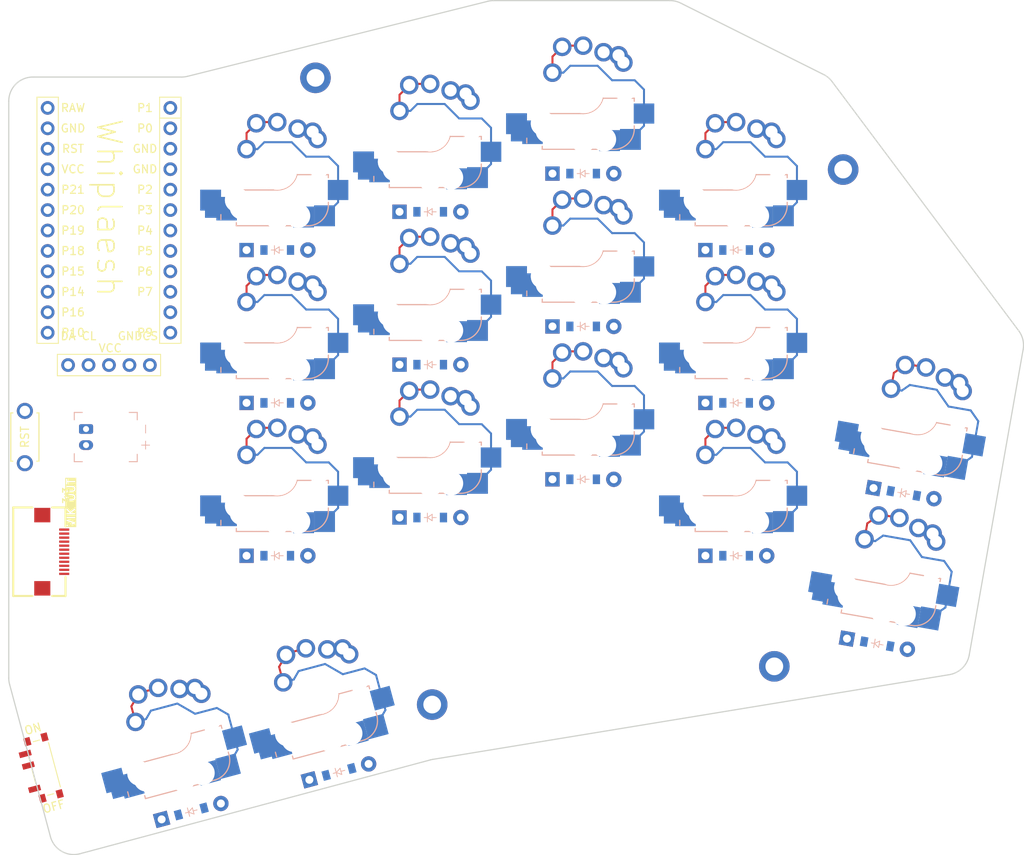
<source format=kicad_pcb>


(kicad_pcb
  (version 20240108)
  (generator "ergogen")
  (generator_version "4.1.0")
  (general
    (thickness 1.6)
    (legacy_teardrops no)
  )
  (paper "A3")
  (title_block
    (title "Right")
    (date "2024-10-30")
    (rev "0.1")
    (company "ykz89")
  )

  (layers
    (0 "F.Cu" signal)
    (31 "B.Cu" signal)
    (32 "B.Adhes" user "B.Adhesive")
    (33 "F.Adhes" user "F.Adhesive")
    (34 "B.Paste" user)
    (35 "F.Paste" user)
    (36 "B.SilkS" user "B.Silkscreen")
    (37 "F.SilkS" user "F.Silkscreen")
    (38 "B.Mask" user)
    (39 "F.Mask" user)
    (40 "Dwgs.User" user "User.Drawings")
    (41 "Cmts.User" user "User.Comments")
    (42 "Eco1.User" user "User.Eco1")
    (43 "Eco2.User" user "User.Eco2")
    (44 "Edge.Cuts" user)
    (45 "Margin" user)
    (46 "B.CrtYd" user "B.Courtyard")
    (47 "F.CrtYd" user "F.Courtyard")
    (48 "B.Fab" user)
    (49 "F.Fab" user)
  )

  (setup
    (pad_to_mask_clearance 0.05)
    (allow_soldermask_bridges_in_footprints no)
    (pcbplotparams
      (layerselection 0x00010fc_ffffffff)
      (plot_on_all_layers_selection 0x0000000_00000000)
      (disableapertmacros no)
      (usegerberextensions no)
      (usegerberattributes yes)
      (usegerberadvancedattributes yes)
      (creategerberjobfile yes)
      (dashed_line_dash_ratio 12.000000)
      (dashed_line_gap_ratio 3.000000)
      (svgprecision 4)
      (plotframeref no)
      (viasonmask no)
      (mode 1)
      (useauxorigin no)
      (hpglpennumber 1)
      (hpglpenspeed 20)
      (hpglpendiameter 15.000000)
      (pdf_front_fp_property_popups yes)
      (pdf_back_fp_property_popups yes)
      (dxfpolygonmode yes)
      (dxfimperialunits yes)
      (dxfusepcbnewfont yes)
      (psnegative no)
      (psa4output no)
      (plotreference yes)
      (plotvalue yes)
      (plotfptext yes)
      (plotinvisibletext no)
      (sketchpadsonfab no)
      (subtractmaskfromsilk no)
      (outputformat 1)
      (mirror no)
      (drillshape 1)
      (scaleselection 1)
      (outputdirectory "")
    )
  )

  (net 0 "")
(net 1 "P19")
(net 2 "mirror_pinky_bottom")
(net 3 "mirror_pinky_home")
(net 4 "P18")
(net 5 "mirror_ring_bottom")
(net 6 "mirror_ring_home")
(net 7 "mirror_ring_top")
(net 8 "P15")
(net 9 "mirror_middle_bottom")
(net 10 "mirror_middle_home")
(net 11 "mirror_middle_top")
(net 12 "P14")
(net 13 "mirror_index_bottom")
(net 14 "mirror_index_home")
(net 15 "mirror_index_top")
(net 16 "P16")
(net 17 "mirror_inner_bottom")
(net 18 "mirror_inner_home")
(net 19 "mirror_inner_top")
(net 20 "mirror_left_cluster")
(net 21 "mirror_right_cluster")
(net 22 "P5")
(net 23 "P6")
(net 24 "P7")
(net 25 "P8")
(net 26 "RAW")
(net 27 "GND")
(net 28 "RST")
(net 29 "VCC")
(net 30 "P21")
(net 31 "P20")
(net 32 "P10")
(net 33 "P1")
(net 34 "P0")
(net 35 "P2")
(net 36 "P3")
(net 37 "P4")
(net 38 "P9")
(net 39 "P101")
(net 40 "P102")
(net 41 "P107")
(net 42 "MCU1_24")
(net 43 "MCU1_1")
(net 44 "MCU1_23")
(net 45 "MCU1_2")
(net 46 "MCU1_22")
(net 47 "MCU1_3")
(net 48 "MCU1_21")
(net 49 "MCU1_4")
(net 50 "MCU1_20")
(net 51 "MCU1_5")
(net 52 "MCU1_19")
(net 53 "MCU1_6")
(net 54 "MCU1_18")
(net 55 "MCU1_7")
(net 56 "MCU1_17")
(net 57 "MCU1_8")
(net 58 "MCU1_16")
(net 59 "MCU1_9")
(net 60 "MCU1_15")
(net 61 "MCU1_10")
(net 62 "MCU1_14")
(net 63 "MCU1_11")
(net 64 "MCU1_13")
(net 65 "MCU1_12")
(net 66 "DISP1_1")
(net 67 "DISP1_2")
(net 68 "DISP1_4")
(net 69 "DISP1_5")
(net 70 "BAT_P")
(net 71 "JST1_1")
(net 72 "JST1_2")

  
        
            (footprint "ks27-choc-v1-mx-soldered-and-hotswap" (layer "B.Cu") (at 338.4294073 108.3350441 -10))

        
        
                        (segment (start 337.0411526 102.0992403) (end 336.8673842 102.2209143) (width 0.25) (layer "F.Cu"))
                        (segment (start 335.4656525 103.20241730000001) (end 335.11835609999997 105.1720329) (width 0.25) (layer "F.Cu"))
                        (segment (start 339.45393149999995 102.5246784) (end 337.0411526 102.0992403) (width 0.25) (layer "F.Cu"))
                        (segment (start 336.8673842 102.2209143) (end 335.4656525 103.20241730000001) (width 0.25) (layer "F.Cu"))
                        (segment (start 335.11835609999997 105.1720329) (end 336.4478466 105.4064579) (width 0.25) (layer "B.Cu"))
                        (segment (start 336.4478466 105.4064579) (end 337.4441187 104.7088607) (width 0.25) (layer "B.Cu"))
                        (segment (start 345.9509591 109.2145089) (end 345.43348749999996 112.149236) (width 0.25) (layer "B.Cu"))
                        (segment (start 337.4441187 104.7088607) (end 340.79246509999996 105.2992645) (width 0.25) (layer "B.Cu"))
                        (segment (start 342.2525523 107.3844851) (end 345.01001399999996 107.8707) (width 0.25) (layer "B.Cu"))
                        (segment (start 340.79246509999996 105.2992645) (end 342.2525523 107.3844851) (width 0.25) (layer "B.Cu"))
                        (segment (start 345.43348749999996 112.149236) (end 345.1686739 113.6510688) (width 0.25) (layer "B.Cu"))
                        (segment (start 345.01001399999996 107.8707) (end 345.9509591 109.2145089) (width 0.25) (layer "B.Cu"))
                        (segment (start 345.1686739 113.6510688) (end 343.2166757 115.0178727) (width 0.25) (layer "B.Cu"))
                        
                        
        

        
            (footprint "ks27-choc-v1-mx-soldered-and-hotswap" (layer "B.Cu") (at 341.7287227 89.6236968 -10))

        
        
                        (segment (start 340.340468 83.387893) (end 340.1666996 83.509567) (width 0.25) (layer "F.Cu"))
                        (segment (start 338.7649679 84.49107000000001) (end 338.4176715 86.4606856) (width 0.25) (layer "F.Cu"))
                        (segment (start 342.75324689999997 83.8133311) (end 340.340468 83.387893) (width 0.25) (layer "F.Cu"))
                        (segment (start 340.1666996 83.509567) (end 338.7649679 84.49107000000001) (width 0.25) (layer "F.Cu"))
                        (segment (start 338.4176715 86.4606856) (end 339.747162 86.6951106) (width 0.25) (layer "B.Cu"))
                        (segment (start 339.747162 86.6951106) (end 340.7434341 85.9975134) (width 0.25) (layer "B.Cu"))
                        (segment (start 349.2502745 90.5031616) (end 348.73280289999997 93.4378887) (width 0.25) (layer "B.Cu"))
                        (segment (start 340.7434341 85.9975134) (end 344.09178049999997 86.5879172) (width 0.25) (layer "B.Cu"))
                        (segment (start 345.5518677 88.6731378) (end 348.30932939999997 89.1593527) (width 0.25) (layer "B.Cu"))
                        (segment (start 344.09178049999997 86.5879172) (end 345.5518677 88.6731378) (width 0.25) (layer "B.Cu"))
                        (segment (start 348.73280289999997 93.4378887) (end 348.4679893 94.9397215) (width 0.25) (layer "B.Cu"))
                        (segment (start 348.30932939999997 89.1593527) (end 349.2502745 90.5031616) (width 0.25) (layer "B.Cu"))
                        (segment (start 348.4679893 94.9397215) (end 346.5159911 96.3065254) (width 0.25) (layer "B.Cu"))
                        
                        
        

        
            (footprint "ks27-choc-v1-mx-soldered-and-hotswap" (layer "B.Cu") (at 319.1666514 97.2212583 0))

        
        
                        (segment (start 316.7166514 91.3212583) (end 316.56665139999996 91.4712583) (width 0.25) (layer "F.Cu"))
                        (segment (start 315.3566514 92.6812583) (end 315.3566514 94.6812583) (width 0.25) (layer "F.Cu"))
                        (segment (start 319.1666514 91.3212583) (end 316.7166514 91.3212583) (width 0.25) (layer "F.Cu"))
                        (segment (start 316.56665139999996 91.4712583) (end 315.3566514 92.6812583) (width 0.25) (layer "F.Cu"))
                        (segment (start 315.3566514 94.6812583) (end 316.7066514 94.6812583) (width 0.25) (layer "B.Cu"))
                        (segment (start 316.7066514 94.6812583) (end 317.56665139999996 93.8212583) (width 0.25) (layer "B.Cu"))
                        (segment (start 326.7266514 96.7812583) (end 326.7266514 99.76125830000001) (width 0.25) (layer "B.Cu"))
                        (segment (start 317.56665139999996 93.8212583) (end 320.9666514 93.8212583) (width 0.25) (layer "B.Cu"))
                        (segment (start 322.7666514 95.62125830000001) (end 325.56665139999996 95.62125830000001) (width 0.25) (layer "B.Cu"))
                        (segment (start 320.9666514 93.8212583) (end 322.7666514 95.62125830000001) (width 0.25) (layer "B.Cu"))
                        (segment (start 326.7266514 99.76125830000001) (end 326.7266514 101.2862593) (width 0.25) (layer "B.Cu"))
                        (segment (start 325.56665139999996 95.62125830000001) (end 326.7266514 96.7812583) (width 0.25) (layer "B.Cu"))
                        (segment (start 326.7266514 101.2862593) (end 325.0416514 102.9712593) (width 0.25) (layer "B.Cu"))
                        
                        
        

        
            (footprint "ks27-choc-v1-mx-soldered-and-hotswap" (layer "B.Cu") (at 319.1666514 78.2212582 0))

        
        
                        (segment (start 316.7166514 72.32125819999999) (end 316.56665139999996 72.4712582) (width 0.25) (layer "F.Cu"))
                        (segment (start 315.3566514 73.68125819999999) (end 315.3566514 75.68125819999999) (width 0.25) (layer "F.Cu"))
                        (segment (start 319.1666514 72.32125819999999) (end 316.7166514 72.32125819999999) (width 0.25) (layer "F.Cu"))
                        (segment (start 316.56665139999996 72.4712582) (end 315.3566514 73.68125819999999) (width 0.25) (layer "F.Cu"))
                        (segment (start 315.3566514 75.68125819999999) (end 316.7066514 75.68125819999999) (width 0.25) (layer "B.Cu"))
                        (segment (start 316.7066514 75.68125819999999) (end 317.56665139999996 74.82125819999999) (width 0.25) (layer "B.Cu"))
                        (segment (start 326.7266514 77.7812582) (end 326.7266514 80.7612582) (width 0.25) (layer "B.Cu"))
                        (segment (start 317.56665139999996 74.82125819999999) (end 320.9666514 74.82125819999999) (width 0.25) (layer "B.Cu"))
                        (segment (start 322.7666514 76.6212582) (end 325.56665139999996 76.6212582) (width 0.25) (layer "B.Cu"))
                        (segment (start 320.9666514 74.82125819999999) (end 322.7666514 76.6212582) (width 0.25) (layer "B.Cu"))
                        (segment (start 326.7266514 80.7612582) (end 326.7266514 82.28625919999999) (width 0.25) (layer "B.Cu"))
                        (segment (start 325.56665139999996 76.6212582) (end 326.7266514 77.7812582) (width 0.25) (layer "B.Cu"))
                        (segment (start 326.7266514 82.28625919999999) (end 325.0416514 83.97125919999999) (width 0.25) (layer "B.Cu"))
                        
                        
        

        
            (footprint "ks27-choc-v1-mx-soldered-and-hotswap" (layer "B.Cu") (at 319.1666514 59.2212582 0))

        
        
                        (segment (start 316.7166514 53.3212582) (end 316.56665139999996 53.4712582) (width 0.25) (layer "F.Cu"))
                        (segment (start 315.3566514 54.6812582) (end 315.3566514 56.6812582) (width 0.25) (layer "F.Cu"))
                        (segment (start 319.1666514 53.3212582) (end 316.7166514 53.3212582) (width 0.25) (layer "F.Cu"))
                        (segment (start 316.56665139999996 53.4712582) (end 315.3566514 54.6812582) (width 0.25) (layer "F.Cu"))
                        (segment (start 315.3566514 56.6812582) (end 316.7066514 56.6812582) (width 0.25) (layer "B.Cu"))
                        (segment (start 316.7066514 56.6812582) (end 317.56665139999996 55.8212582) (width 0.25) (layer "B.Cu"))
                        (segment (start 326.7266514 58.7812582) (end 326.7266514 61.7612582) (width 0.25) (layer "B.Cu"))
                        (segment (start 317.56665139999996 55.8212582) (end 320.9666514 55.8212582) (width 0.25) (layer "B.Cu"))
                        (segment (start 322.7666514 57.6212582) (end 325.56665139999996 57.6212582) (width 0.25) (layer "B.Cu"))
                        (segment (start 320.9666514 55.8212582) (end 322.7666514 57.6212582) (width 0.25) (layer "B.Cu"))
                        (segment (start 326.7266514 61.7612582) (end 326.7266514 63.2862592) (width 0.25) (layer "B.Cu"))
                        (segment (start 325.56665139999996 57.6212582) (end 326.7266514 58.7812582) (width 0.25) (layer "B.Cu"))
                        (segment (start 326.7266514 63.2862592) (end 325.0416514 64.9712592) (width 0.25) (layer "B.Cu"))
                        
                        
        

        
            (footprint "ks27-choc-v1-mx-soldered-and-hotswap" (layer "B.Cu") (at 300.1666514 87.7212583 0))

        
        
                        (segment (start 297.7166514 81.8212583) (end 297.56665139999996 81.9712583) (width 0.25) (layer "F.Cu"))
                        (segment (start 296.3566514 83.1812583) (end 296.3566514 85.1812583) (width 0.25) (layer "F.Cu"))
                        (segment (start 300.1666514 81.8212583) (end 297.7166514 81.8212583) (width 0.25) (layer "F.Cu"))
                        (segment (start 297.56665139999996 81.9712583) (end 296.3566514 83.1812583) (width 0.25) (layer "F.Cu"))
                        (segment (start 296.3566514 85.1812583) (end 297.7066514 85.1812583) (width 0.25) (layer "B.Cu"))
                        (segment (start 297.7066514 85.1812583) (end 298.56665139999996 84.3212583) (width 0.25) (layer "B.Cu"))
                        (segment (start 307.7266514 87.2812583) (end 307.7266514 90.26125830000001) (width 0.25) (layer "B.Cu"))
                        (segment (start 298.56665139999996 84.3212583) (end 301.9666514 84.3212583) (width 0.25) (layer "B.Cu"))
                        (segment (start 303.7666514 86.12125830000001) (end 306.56665139999996 86.12125830000001) (width 0.25) (layer "B.Cu"))
                        (segment (start 301.9666514 84.3212583) (end 303.7666514 86.12125830000001) (width 0.25) (layer "B.Cu"))
                        (segment (start 307.7266514 90.26125830000001) (end 307.7266514 91.7862593) (width 0.25) (layer "B.Cu"))
                        (segment (start 306.56665139999996 86.12125830000001) (end 307.7266514 87.2812583) (width 0.25) (layer "B.Cu"))
                        (segment (start 307.7266514 91.7862593) (end 306.0416514 93.4712593) (width 0.25) (layer "B.Cu"))
                        
                        
        

        
            (footprint "ks27-choc-v1-mx-soldered-and-hotswap" (layer "B.Cu") (at 300.1666514 68.7212583 0))

        
        
                        (segment (start 297.7166514 62.821258300000004) (end 297.56665139999996 62.9712583) (width 0.25) (layer "F.Cu"))
                        (segment (start 296.3566514 64.1812583) (end 296.3566514 66.1812583) (width 0.25) (layer "F.Cu"))
                        (segment (start 300.1666514 62.821258300000004) (end 297.7166514 62.821258300000004) (width 0.25) (layer "F.Cu"))
                        (segment (start 297.56665139999996 62.9712583) (end 296.3566514 64.1812583) (width 0.25) (layer "F.Cu"))
                        (segment (start 296.3566514 66.1812583) (end 297.7066514 66.1812583) (width 0.25) (layer "B.Cu"))
                        (segment (start 297.7066514 66.1812583) (end 298.56665139999996 65.3212583) (width 0.25) (layer "B.Cu"))
                        (segment (start 307.7266514 68.2812583) (end 307.7266514 71.26125830000001) (width 0.25) (layer "B.Cu"))
                        (segment (start 298.56665139999996 65.3212583) (end 301.9666514 65.3212583) (width 0.25) (layer "B.Cu"))
                        (segment (start 303.7666514 67.12125830000001) (end 306.56665139999996 67.12125830000001) (width 0.25) (layer "B.Cu"))
                        (segment (start 301.9666514 65.3212583) (end 303.7666514 67.12125830000001) (width 0.25) (layer "B.Cu"))
                        (segment (start 307.7266514 71.26125830000001) (end 307.7266514 72.7862593) (width 0.25) (layer "B.Cu"))
                        (segment (start 306.56665139999996 67.12125830000001) (end 307.7266514 68.2812583) (width 0.25) (layer "B.Cu"))
                        (segment (start 307.7266514 72.7862593) (end 306.0416514 74.4712593) (width 0.25) (layer "B.Cu"))
                        
                        
        

        
            (footprint "ks27-choc-v1-mx-soldered-and-hotswap" (layer "B.Cu") (at 300.1666514 49.7212582 0))

        
        
                        (segment (start 297.7166514 43.8212582) (end 297.56665139999996 43.9712582) (width 0.25) (layer "F.Cu"))
                        (segment (start 296.3566514 45.1812582) (end 296.3566514 47.1812582) (width 0.25) (layer "F.Cu"))
                        (segment (start 300.1666514 43.8212582) (end 297.7166514 43.8212582) (width 0.25) (layer "F.Cu"))
                        (segment (start 297.56665139999996 43.9712582) (end 296.3566514 45.1812582) (width 0.25) (layer "F.Cu"))
                        (segment (start 296.3566514 47.1812582) (end 297.7066514 47.1812582) (width 0.25) (layer "B.Cu"))
                        (segment (start 297.7066514 47.1812582) (end 298.56665139999996 46.3212582) (width 0.25) (layer "B.Cu"))
                        (segment (start 307.7266514 49.2812582) (end 307.7266514 52.2612582) (width 0.25) (layer "B.Cu"))
                        (segment (start 298.56665139999996 46.3212582) (end 301.9666514 46.3212582) (width 0.25) (layer "B.Cu"))
                        (segment (start 303.7666514 48.1212582) (end 306.56665139999996 48.1212582) (width 0.25) (layer "B.Cu"))
                        (segment (start 301.9666514 46.3212582) (end 303.7666514 48.1212582) (width 0.25) (layer "B.Cu"))
                        (segment (start 307.7266514 52.2612582) (end 307.7266514 53.7862592) (width 0.25) (layer "B.Cu"))
                        (segment (start 306.56665139999996 48.1212582) (end 307.7266514 49.2812582) (width 0.25) (layer "B.Cu"))
                        (segment (start 307.7266514 53.7862592) (end 306.0416514 55.4712592) (width 0.25) (layer "B.Cu"))
                        
                        
        

        
            (footprint "ks27-choc-v1-mx-soldered-and-hotswap" (layer "B.Cu") (at 281.1666514 92.4712583 0))

        
        
                        (segment (start 278.7166514 86.5712583) (end 278.56665139999996 86.7212583) (width 0.25) (layer "F.Cu"))
                        (segment (start 277.3566514 87.9312583) (end 277.3566514 89.9312583) (width 0.25) (layer "F.Cu"))
                        (segment (start 281.1666514 86.5712583) (end 278.7166514 86.5712583) (width 0.25) (layer "F.Cu"))
                        (segment (start 278.56665139999996 86.7212583) (end 277.3566514 87.9312583) (width 0.25) (layer "F.Cu"))
                        (segment (start 277.3566514 89.9312583) (end 278.7066514 89.9312583) (width 0.25) (layer "B.Cu"))
                        (segment (start 278.7066514 89.9312583) (end 279.56665139999996 89.0712583) (width 0.25) (layer "B.Cu"))
                        (segment (start 288.7266514 92.0312583) (end 288.7266514 95.01125830000001) (width 0.25) (layer "B.Cu"))
                        (segment (start 279.56665139999996 89.0712583) (end 282.9666514 89.0712583) (width 0.25) (layer "B.Cu"))
                        (segment (start 284.7666514 90.87125830000001) (end 287.56665139999996 90.87125830000001) (width 0.25) (layer "B.Cu"))
                        (segment (start 282.9666514 89.0712583) (end 284.7666514 90.87125830000001) (width 0.25) (layer "B.Cu"))
                        (segment (start 288.7266514 95.01125830000001) (end 288.7266514 96.5362593) (width 0.25) (layer "B.Cu"))
                        (segment (start 287.56665139999996 90.87125830000001) (end 288.7266514 92.0312583) (width 0.25) (layer "B.Cu"))
                        (segment (start 288.7266514 96.5362593) (end 287.0416514 98.2212593) (width 0.25) (layer "B.Cu"))
                        
                        
        

        
            (footprint "ks27-choc-v1-mx-soldered-and-hotswap" (layer "B.Cu") (at 281.1666513 73.4712583 0))

        
        
                        (segment (start 278.7166513 67.5712583) (end 278.5666513 67.7212583) (width 0.25) (layer "F.Cu"))
                        (segment (start 277.3566513 68.9312583) (end 277.3566513 70.9312583) (width 0.25) (layer "F.Cu"))
                        (segment (start 281.1666513 67.5712583) (end 278.7166513 67.5712583) (width 0.25) (layer "F.Cu"))
                        (segment (start 278.5666513 67.7212583) (end 277.3566513 68.9312583) (width 0.25) (layer "F.Cu"))
                        (segment (start 277.3566513 70.9312583) (end 278.70665130000003 70.9312583) (width 0.25) (layer "B.Cu"))
                        (segment (start 278.70665130000003 70.9312583) (end 279.5666513 70.0712583) (width 0.25) (layer "B.Cu"))
                        (segment (start 288.7266513 73.0312583) (end 288.7266513 76.01125830000001) (width 0.25) (layer "B.Cu"))
                        (segment (start 279.5666513 70.0712583) (end 282.9666513 70.0712583) (width 0.25) (layer "B.Cu"))
                        (segment (start 284.76665130000004 71.87125830000001) (end 287.5666513 71.87125830000001) (width 0.25) (layer "B.Cu"))
                        (segment (start 282.9666513 70.0712583) (end 284.76665130000004 71.87125830000001) (width 0.25) (layer "B.Cu"))
                        (segment (start 288.7266513 76.01125830000001) (end 288.7266513 77.5362593) (width 0.25) (layer "B.Cu"))
                        (segment (start 287.5666513 71.87125830000001) (end 288.7266513 73.0312583) (width 0.25) (layer "B.Cu"))
                        (segment (start 288.7266513 77.5362593) (end 287.0416513 79.2212593) (width 0.25) (layer "B.Cu"))
                        
                        
        

        
            (footprint "ks27-choc-v1-mx-soldered-and-hotswap" (layer "B.Cu") (at 281.1666513 54.4712582 0))

        
        
                        (segment (start 278.7166513 48.5712582) (end 278.5666513 48.7212582) (width 0.25) (layer "F.Cu"))
                        (segment (start 277.3566513 49.9312582) (end 277.3566513 51.9312582) (width 0.25) (layer "F.Cu"))
                        (segment (start 281.1666513 48.5712582) (end 278.7166513 48.5712582) (width 0.25) (layer "F.Cu"))
                        (segment (start 278.5666513 48.7212582) (end 277.3566513 49.9312582) (width 0.25) (layer "F.Cu"))
                        (segment (start 277.3566513 51.9312582) (end 278.70665130000003 51.9312582) (width 0.25) (layer "B.Cu"))
                        (segment (start 278.70665130000003 51.9312582) (end 279.5666513 51.0712582) (width 0.25) (layer "B.Cu"))
                        (segment (start 288.7266513 54.0312582) (end 288.7266513 57.0112582) (width 0.25) (layer "B.Cu"))
                        (segment (start 279.5666513 51.0712582) (end 282.9666513 51.0712582) (width 0.25) (layer "B.Cu"))
                        (segment (start 284.76665130000004 52.8712582) (end 287.5666513 52.8712582) (width 0.25) (layer "B.Cu"))
                        (segment (start 282.9666513 51.0712582) (end 284.76665130000004 52.8712582) (width 0.25) (layer "B.Cu"))
                        (segment (start 288.7266513 57.0112582) (end 288.7266513 58.5362592) (width 0.25) (layer "B.Cu"))
                        (segment (start 287.5666513 52.8712582) (end 288.7266513 54.0312582) (width 0.25) (layer "B.Cu"))
                        (segment (start 288.7266513 58.5362592) (end 287.0416513 60.2212592) (width 0.25) (layer "B.Cu"))
                        
                        
        

        
            (footprint "ks27-choc-v1-mx-soldered-and-hotswap" (layer "B.Cu") (at 262.1666514 97.2212582 0))

        
        
                        (segment (start 259.7166514 91.32125819999999) (end 259.56665139999996 91.4712582) (width 0.25) (layer "F.Cu"))
                        (segment (start 258.3566514 92.68125819999999) (end 258.3566514 94.68125819999999) (width 0.25) (layer "F.Cu"))
                        (segment (start 262.1666514 91.32125819999999) (end 259.7166514 91.32125819999999) (width 0.25) (layer "F.Cu"))
                        (segment (start 259.56665139999996 91.4712582) (end 258.3566514 92.68125819999999) (width 0.25) (layer "F.Cu"))
                        (segment (start 258.3566514 94.68125819999999) (end 259.7066514 94.68125819999999) (width 0.25) (layer "B.Cu"))
                        (segment (start 259.7066514 94.68125819999999) (end 260.56665139999996 93.82125819999999) (width 0.25) (layer "B.Cu"))
                        (segment (start 269.7266514 96.7812582) (end 269.7266514 99.7612582) (width 0.25) (layer "B.Cu"))
                        (segment (start 260.56665139999996 93.82125819999999) (end 263.9666514 93.82125819999999) (width 0.25) (layer "B.Cu"))
                        (segment (start 265.7666514 95.6212582) (end 268.56665139999996 95.6212582) (width 0.25) (layer "B.Cu"))
                        (segment (start 263.9666514 93.82125819999999) (end 265.7666514 95.6212582) (width 0.25) (layer "B.Cu"))
                        (segment (start 269.7266514 99.7612582) (end 269.7266514 101.28625919999999) (width 0.25) (layer "B.Cu"))
                        (segment (start 268.56665139999996 95.6212582) (end 269.7266514 96.7812582) (width 0.25) (layer "B.Cu"))
                        (segment (start 269.7266514 101.28625919999999) (end 268.0416514 102.97125919999999) (width 0.25) (layer "B.Cu"))
                        
                        
        

        
            (footprint "ks27-choc-v1-mx-soldered-and-hotswap" (layer "B.Cu") (at 262.1666514 78.2212582 0))

        
        
                        (segment (start 259.7166514 72.32125819999999) (end 259.56665139999996 72.4712582) (width 0.25) (layer "F.Cu"))
                        (segment (start 258.3566514 73.68125819999999) (end 258.3566514 75.68125819999999) (width 0.25) (layer "F.Cu"))
                        (segment (start 262.1666514 72.32125819999999) (end 259.7166514 72.32125819999999) (width 0.25) (layer "F.Cu"))
                        (segment (start 259.56665139999996 72.4712582) (end 258.3566514 73.68125819999999) (width 0.25) (layer "F.Cu"))
                        (segment (start 258.3566514 75.68125819999999) (end 259.7066514 75.68125819999999) (width 0.25) (layer "B.Cu"))
                        (segment (start 259.7066514 75.68125819999999) (end 260.56665139999996 74.82125819999999) (width 0.25) (layer "B.Cu"))
                        (segment (start 269.7266514 77.7812582) (end 269.7266514 80.7612582) (width 0.25) (layer "B.Cu"))
                        (segment (start 260.56665139999996 74.82125819999999) (end 263.9666514 74.82125819999999) (width 0.25) (layer "B.Cu"))
                        (segment (start 265.7666514 76.6212582) (end 268.56665139999996 76.6212582) (width 0.25) (layer "B.Cu"))
                        (segment (start 263.9666514 74.82125819999999) (end 265.7666514 76.6212582) (width 0.25) (layer "B.Cu"))
                        (segment (start 269.7266514 80.7612582) (end 269.7266514 82.28625919999999) (width 0.25) (layer "B.Cu"))
                        (segment (start 268.56665139999996 76.6212582) (end 269.7266514 77.7812582) (width 0.25) (layer "B.Cu"))
                        (segment (start 269.7266514 82.28625919999999) (end 268.0416514 83.97125919999999) (width 0.25) (layer "B.Cu"))
                        
                        
        

        
            (footprint "ks27-choc-v1-mx-soldered-and-hotswap" (layer "B.Cu") (at 262.1666514 59.2212581 0))

        
        
                        (segment (start 259.7166514 53.3212581) (end 259.56665139999996 53.4712581) (width 0.25) (layer "F.Cu"))
                        (segment (start 258.3566514 54.6812581) (end 258.3566514 56.6812581) (width 0.25) (layer "F.Cu"))
                        (segment (start 262.1666514 53.3212581) (end 259.7166514 53.3212581) (width 0.25) (layer "F.Cu"))
                        (segment (start 259.56665139999996 53.4712581) (end 258.3566514 54.6812581) (width 0.25) (layer "F.Cu"))
                        (segment (start 258.3566514 56.6812581) (end 259.7066514 56.6812581) (width 0.25) (layer "B.Cu"))
                        (segment (start 259.7066514 56.6812581) (end 260.56665139999996 55.8212581) (width 0.25) (layer "B.Cu"))
                        (segment (start 269.7266514 58.7812581) (end 269.7266514 61.7612581) (width 0.25) (layer "B.Cu"))
                        (segment (start 260.56665139999996 55.8212581) (end 263.9666514 55.8212581) (width 0.25) (layer "B.Cu"))
                        (segment (start 265.7666514 57.6212581) (end 268.56665139999996 57.6212581) (width 0.25) (layer "B.Cu"))
                        (segment (start 263.9666514 55.8212581) (end 265.7666514 57.6212581) (width 0.25) (layer "B.Cu"))
                        (segment (start 269.7266514 61.7612581) (end 269.7266514 63.2862591) (width 0.25) (layer "B.Cu"))
                        (segment (start 268.56665139999996 57.6212581) (end 269.7266514 58.7812581) (width 0.25) (layer "B.Cu"))
                        (segment (start 269.7266514 63.2862591) (end 268.0416514 64.9712591) (width 0.25) (layer "B.Cu"))
                        
                        
        

        
            (footprint "ks27-choc-v1-mx-soldered-and-hotswap" (layer "B.Cu") (at 267.25177510000003 124.4264395 15))

        
        
                        (segment (start 263.3582245 119.3615838) (end 263.25215840000004 119.5452955) (width 0.25) (layer "F.Cu"))
                        (segment (start 262.3965592 121.0272368) (end 262.9141973 122.95908850000001) (width 0.25) (layer "F.Cu"))
                        (segment (start 265.72474270000004 118.7274771) (end 263.3582245 119.3615838) (width 0.25) (layer "F.Cu"))
                        (segment (start 263.25215840000004 119.5452955) (end 262.3965592 121.0272368) (width 0.25) (layer "F.Cu"))
                        (segment (start 262.9141973 122.95908850000001) (end 264.2181972 122.6096828) (width 0.25) (layer "B.Cu"))
                        (segment (start 264.2181972 122.6096828) (end 264.82630900000004 121.55640220000001) (width 0.25) (layer "B.Cu"))
                        (segment (start 274.44029400000005 122.0447602) (end 275.2115747 124.9232191) (width 0.25) (layer "B.Cu"))
                        (segment (start 264.82630900000004 121.55640220000001) (end 268.1104568 120.6764174) (width 0.25) (layer "B.Cu"))
                        (segment (start 270.3149976 121.9492096) (end 273.0195899 121.2245163) (width 0.25) (layer "B.Cu"))
                        (segment (start 268.1104568 120.6764174) (end 270.3149976 121.9492096) (width 0.25) (layer "B.Cu"))
                        (segment (start 275.2115747 124.9232191) (end 275.60627400000004 126.396257) (width 0.25) (layer "B.Cu"))
                        (segment (start 273.0195899 121.2245163) (end 274.44029400000005 122.0447602) (width 0.25) (layer "B.Cu"))
                        (segment (start 275.60627400000004 126.396257) (end 274.41479910000004 128.4599521) (width 0.25) (layer "B.Cu"))
                        
                        
        

        
            (footprint "ks27-choc-v1-mx-soldered-and-hotswap" (layer "B.Cu") (at 248.89918440000002 129.3440014 15))

        
        
                        (segment (start 245.00563380000003 124.2791457) (end 244.89956770000003 124.46285739999999) (width 0.25) (layer "F.Cu"))
                        (segment (start 244.04396850000003 125.94479869999999) (end 244.56160660000003 127.8766504) (width 0.25) (layer "F.Cu"))
                        (segment (start 247.37215200000003 123.645039) (end 245.00563380000003 124.2791457) (width 0.25) (layer "F.Cu"))
                        (segment (start 244.89956770000003 124.46285739999999) (end 244.04396850000003 125.94479869999999) (width 0.25) (layer "F.Cu"))
                        (segment (start 244.56160660000003 127.8766504) (end 245.8656065 127.5272447) (width 0.25) (layer "B.Cu"))
                        (segment (start 245.8656065 127.5272447) (end 246.47371830000003 126.47396409999999) (width 0.25) (layer "B.Cu"))
                        (segment (start 256.08770330000004 126.9623221) (end 256.858984 129.840781) (width 0.25) (layer "B.Cu"))
                        (segment (start 246.47371830000003 126.47396409999999) (end 249.75786610000003 125.5939793) (width 0.25) (layer "B.Cu"))
                        (segment (start 251.96240690000002 126.8667715) (end 254.66699920000002 126.1420782) (width 0.25) (layer "B.Cu"))
                        (segment (start 249.75786610000003 125.5939793) (end 251.96240690000002 126.8667715) (width 0.25) (layer "B.Cu"))
                        (segment (start 256.858984 129.840781) (end 257.25368330000003 131.3138189) (width 0.25) (layer "B.Cu"))
                        (segment (start 254.66699920000002 126.1420782) (end 256.08770330000004 126.9623221) (width 0.25) (layer "B.Cu"))
                        (segment (start 257.25368330000003 131.3138189) (end 256.06220840000003 133.377514) (width 0.25) (layer "B.Cu"))
                        
                        
        

    (footprint "ceoloide:diode_tht_sod123" (layer "B.Cu") (at 336.6929255 118.1831216 -10))
        

    (footprint "ceoloide:diode_tht_sod123" (layer "B.Cu") (at 339.9922409 99.4717743 -10))
        

    (footprint "ceoloide:diode_tht_sod123" (layer "B.Cu") (at 319.1666514 107.2212583 0))
        

    (footprint "ceoloide:diode_tht_sod123" (layer "B.Cu") (at 319.1666514 88.2212582 0))
        

    (footprint "ceoloide:diode_tht_sod123" (layer "B.Cu") (at 319.1666514 69.2212582 0))
        

    (footprint "ceoloide:diode_tht_sod123" (layer "B.Cu") (at 300.1666514 97.7212583 0))
        

    (footprint "ceoloide:diode_tht_sod123" (layer "B.Cu") (at 300.1666514 78.7212583 0))
        

    (footprint "ceoloide:diode_tht_sod123" (layer "B.Cu") (at 300.1666514 59.7212582 0))
        

    (footprint "ceoloide:diode_tht_sod123" (layer "B.Cu") (at 281.1666514 102.4712583 0))
        

    (footprint "ceoloide:diode_tht_sod123" (layer "B.Cu") (at 281.1666513 83.4712583 0))
        

    (footprint "ceoloide:diode_tht_sod123" (layer "B.Cu") (at 281.1666513 64.4712582 0))
        

    (footprint "ceoloide:diode_tht_sod123" (layer "B.Cu") (at 262.1666514 107.2212582 0))
        

    (footprint "ceoloide:diode_tht_sod123" (layer "B.Cu") (at 262.1666514 88.2212582 0))
        

    (footprint "ceoloide:diode_tht_sod123" (layer "B.Cu") (at 262.1666514 69.2212581 0))
        

    (footprint "ceoloide:diode_tht_sod123" (layer "B.Cu") (at 269.8399656 134.0856978 15))
        

    (footprint "ceoloide:diode_tht_sod123" (layer "B.Cu") (at 251.48737490000002 139.0032597 15))
        

    
    
  (footprint "ceoloide:mcu_nice_nano" (layer "F.Cu") (at 241.26665139999997 64.2562581 0))

  
  
    

        
            (footprint "vik-keyboard-connector-horizontal" (layer "F.Cu") (at 233.66665139999998 106.7212582 -90))

  (footprint "ceoloide:display_nice_view" (layer F.Cu) (at 241.26665139999997 66.8212581 0))
    

    (footprint "ceoloide:battery_connector_jst_ph_2" (layer "B.Cu") (at 238.41665139999998 92.4712582 90))
        

  (module "ceoloide:reset_switch_tht_top"
    (layer F.Cu)
    (at 230.81665139999998 92.4712581 -90)
    (property "Reference" "RST1"
      (at 0 2.55 0)
      (layer "F.SilkS")
      hide
      (effects (font (size 1 1) (thickness 0.15)))
    )
        
    (fp_text user "RST" (at 0 0 -90) (layer "F.SilkS") (effects (font (size 1 1) (thickness 0.15))))
    (fp_line (start -3 1.75) (end 3 1.75) (layer "F.SilkS") (stroke (width 0.15) (type solid)))
    (fp_line (start 3 1.75) (end 3 1.5) (layer "F.SilkS") (stroke (width 0.15) (type solid)))
    (fp_line (start -3 1.75) (end -3 1.5) (layer "F.SilkS") (stroke (width 0.15) (type solid)))
    (fp_line (start -3 -1.75) (end -3 -1.5) (layer "F.SilkS") (stroke (width 0.15) (type solid)))
    (fp_line (start -3 -1.75) (end 3 -1.75) (layer "F.SilkS") (stroke (width 0.15) (type solid)))
    (fp_line (start 3 -1.75) (end 3 -1.5) (layer "F.SilkS") (stroke (width 0.15) (type solid)))
        
    (pad "2" thru_hole circle (at -3.25 0 -90) (size 2 2) (drill 1.3) (layers "*.Cu" "*.Mask") (net 27 "GND"))
    (pad "1" thru_hole circle (at 3.25 0 -90) (size 2 2) (drill 1.3) (layers "*.Cu" "*.Mask") (net 28 "RST"))
  )
        

  (footprint "ceoloide:power_switch_smd_side" (layer "F.Cu") (at 233.11595640000002 133.5731046 15))
    

  (footprint "ceoloide:mounting_hole_plated" (layer "F.Cu") (at 332.4666514 59.2212582 0))
    

  (footprint "ceoloide:mounting_hole_plated" (layer "F.Cu") (at 266.9166514 47.8212581 0))
    

  (footprint "ceoloide:mounting_hole_plated" (layer "F.Cu") (at 281.4166514 125.7212583 0))
    

  (footprint "ceoloide:mounting_hole_plated" (layer "F.Cu") (at 323.9166514 120.9712583 0))
    

  (gr_text "Whiplaesh"
    (at 241.26665139999997 63.9712581 -90)
    (layer "F.SilkS" )
    (effects
      (font 
        (size 3 3)
        (thickness 0.2)
        
        
      )
      
    )
  )
      
  (gr_line (start 228.81622127413323 122.42457324266434) (end 228.81663412673564 50.72124069184065) (layer Edge.Cuts) (stroke (width 0.15) (type default)))
(gr_line (start 231.816634126735 47.7212581) (end 250.29733450377145 47.7212581) (layer Edge.Cuts) (stroke (width 0.15) (type default)))
(gr_line (start 251.0249413096538 47.631685623529414) (end 288.3083614903462 38.31083067647057) (layer Edge.Cuts) (stroke (width 0.15) (type default)))
(gr_line (start 289.03596829622853 38.2212582) (end 310.95844739999995 38.2212582) (layer Edge.Cuts) (stroke (width 0.15) (type default)))
(gr_line (start 312.30008819999995 38.53797659999998) (end 330.0319261703086 47.40389558515432) (layer Edge.Cuts) (stroke (width 0.15) (type default)))
(gr_line (start 331.0919215703086 48.28936088515428) (end 354.2726499983177 79.25563828529852) (layer Edge.Cuts) (stroke (width 0.15) (type default)))
(gr_line (start 354.8254370842321 81.57439916518206) (end 348.1271371095808 119.56234581154649) (layer Edge.Cuts) (stroke (width 0.15) (type default)))
(gr_line (start 345.6585653210436 122.00179791568146) (end 281.4831968124046 132.5340659830751) (layer Edge.Cuts) (stroke (width 0.15) (type default)))
(gr_line (start 281.192591278083 132.59668514879263) (end 237.66683438713224 144.25937658730047) (layer Edge.Cuts) (stroke (width 0.15) (type default)))
(gr_line (start 233.99259983713236 142.1380561006979) (end 228.91844375583136 123.20104768486829) (layer Edge.Cuts) (stroke (width 0.15) (type default)))
(gr_arc (start 231.816634126735 47.72125809639692) (mid 229.695319926735 48.59993159639692) (end 228.816634126735 50.721240696396926) (layer Edge.Cuts) (stroke (width 0.15) (type default)))
(gr_arc (start 250.29733450377145 47.7212581) (mid 250.66388430377145 47.6987808) (end 251.02494130377144 47.6316856) (layer Edge.Cuts) (stroke (width 0.15) (type default)))
(gr_arc (start 289.03596829622853 38.221258199999994) (mid 288.66941849622856 38.24373549999999) (end 288.30836149622854 38.3108307) (layer Edge.Cuts) (stroke (width 0.15) (type default)))
(gr_arc (start 312.30008819999995 38.5379766) (mid 311.64770619999996 38.3015112) (end 310.95844739999995 38.2212582) (layer Edge.Cuts) (stroke (width 0.15) (type default)))
(gr_arc (start 331.09192157030867 48.289360885154345) (mid 330.61357497030866 47.784796485154345) (end 330.0319261703087 47.403895585154345) (layer Edge.Cuts) (stroke (width 0.15) (type default)))
(gr_arc (start 354.8254370983177 81.5743991852986) (mid 354.7892335983177 80.35775798529859) (end 354.27265009831774 79.2556382852986) (layer Edge.Cuts) (stroke (width 0.15) (type default)))
(gr_arc (start 345.6585653236665 122.00179793166281) (mid 347.2814111236665 121.1752700316628) (end 348.12713712366644 119.56234583166281) (layer Edge.Cuts) (stroke (width 0.15) (type default)))
(gr_arc (start 281.48319680978176 132.53406596709385) (mid 281.3371179097818 132.56177376709385) (end 281.1925913097818 132.59668506709383) (layer Edge.Cuts) (stroke (width 0.15) (type default)))
(gr_arc (start 233.9925998554336 142.1380560689992) (mid 235.3903772554336 143.95967516899918) (end 237.6668343554336 144.2593765689992) (layer Edge.Cuts) (stroke (width 0.15) (type default)))
(gr_arc (start 228.81622127413266 122.42457325316961) (mid 228.84188557413265 122.81616055316961) (end 228.91844377413267 123.20104765316961) (layer Edge.Cuts) (stroke (width 0.15) (type default)))

)


</source>
